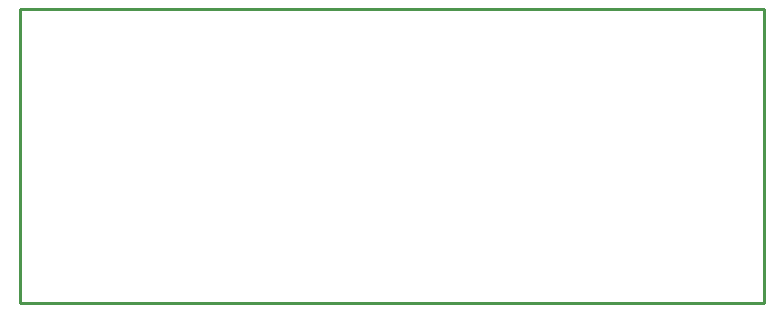
<source format=gm1>
G04*
G04 #@! TF.GenerationSoftware,Altium Limited,Altium Designer,19.1.6 (110)*
G04*
G04 Layer_Color=16711935*
%FSLAX43Y43*%
%MOMM*%
G71*
G01*
G75*
%ADD16C,0.254*%
D16*
X62700Y-700D02*
Y24200D01*
X-300D02*
X62700D01*
X-300Y-700D02*
Y24200D01*
Y-700D02*
X62700D01*
M02*

</source>
